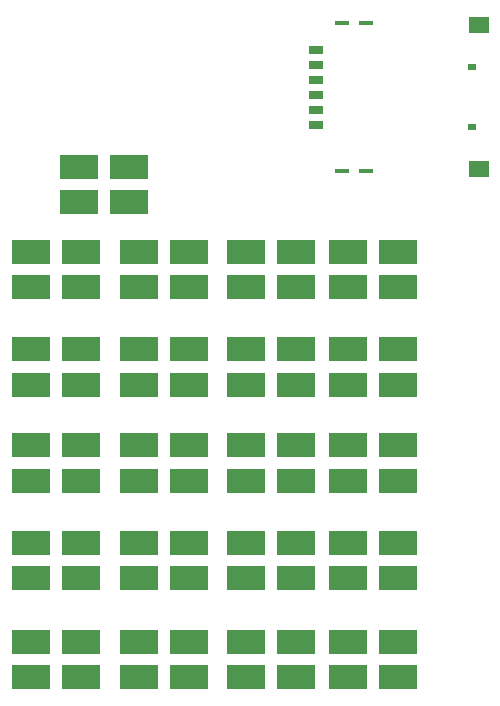
<source format=gbr>
G04 #@! TF.GenerationSoftware,KiCad,Pcbnew,5.0.2*
G04 #@! TF.CreationDate,2019-03-01T11:34:39+03:00*
G04 #@! TF.ProjectId,xmobile,786d6f62-696c-4652-9e6b-696361645f70,rev?*
G04 #@! TF.SameCoordinates,Original*
G04 #@! TF.FileFunction,Paste,Top*
G04 #@! TF.FilePolarity,Positive*
%FSLAX46Y46*%
G04 Gerber Fmt 4.6, Leading zero omitted, Abs format (unit mm)*
G04 Created by KiCad (PCBNEW 5.0.2) date Пт 01 мар 2019 11:34:39*
%MOMM*%
%LPD*%
G01*
G04 APERTURE LIST*
%ADD10R,3.250000X2.000000*%
%ADD11R,1.150000X0.650000*%
%ADD12R,1.300000X0.450000*%
%ADD13R,0.800000X0.540000*%
%ADD14R,1.700000X1.400000*%
G04 APERTURE END LIST*
D10*
G04 #@! TO.C,SW1*
X154693000Y-88440000D03*
X154693000Y-91440000D03*
X158953000Y-91440000D03*
X158953000Y-88440000D03*
G04 #@! TD*
G04 #@! TO.C,SW2*
X168812000Y-120293000D03*
X168812000Y-123293000D03*
X173072000Y-123293000D03*
X173072000Y-120293000D03*
G04 #@! TD*
G04 #@! TO.C,SW3*
X150651000Y-112038000D03*
X150651000Y-115038000D03*
X154911000Y-115038000D03*
X154911000Y-112038000D03*
G04 #@! TD*
G04 #@! TO.C,SW4*
X177448000Y-95655000D03*
X177448000Y-98655000D03*
X181708000Y-98655000D03*
X181708000Y-95655000D03*
G04 #@! TD*
G04 #@! TO.C,SW5*
X159795000Y-112038000D03*
X159795000Y-115038000D03*
X164055000Y-115038000D03*
X164055000Y-112038000D03*
G04 #@! TD*
G04 #@! TO.C,SW6*
X168812000Y-112038000D03*
X168812000Y-115038000D03*
X173072000Y-115038000D03*
X173072000Y-112038000D03*
G04 #@! TD*
G04 #@! TO.C,SW7*
X150651000Y-128675000D03*
X150651000Y-131675000D03*
X154911000Y-131675000D03*
X154911000Y-128675000D03*
G04 #@! TD*
G04 #@! TO.C,SW8*
X177448000Y-112038000D03*
X177448000Y-115038000D03*
X181708000Y-115038000D03*
X181708000Y-112038000D03*
G04 #@! TD*
G04 #@! TO.C,SW9*
X159795000Y-128675000D03*
X159795000Y-131675000D03*
X164055000Y-131675000D03*
X164055000Y-128675000D03*
G04 #@! TD*
G04 #@! TO.C,SW10*
X150651000Y-103910000D03*
X150651000Y-106910000D03*
X154911000Y-106910000D03*
X154911000Y-103910000D03*
G04 #@! TD*
G04 #@! TO.C,SW11*
X159795000Y-120293000D03*
X159795000Y-123293000D03*
X164055000Y-123293000D03*
X164055000Y-120293000D03*
G04 #@! TD*
G04 #@! TO.C,SW12*
X168812000Y-128675000D03*
X168812000Y-131675000D03*
X173072000Y-131675000D03*
X173072000Y-128675000D03*
G04 #@! TD*
G04 #@! TO.C,SW13*
X177448000Y-103910000D03*
X177448000Y-106910000D03*
X181708000Y-106910000D03*
X181708000Y-103910000D03*
G04 #@! TD*
G04 #@! TO.C,SW14*
X159795000Y-103910000D03*
X159795000Y-106910000D03*
X164055000Y-106910000D03*
X164055000Y-103910000D03*
G04 #@! TD*
G04 #@! TO.C,SW15*
X150651000Y-120293000D03*
X150651000Y-123293000D03*
X154911000Y-123293000D03*
X154911000Y-120293000D03*
G04 #@! TD*
G04 #@! TO.C,SW16*
X177448000Y-128675000D03*
X177448000Y-131675000D03*
X181708000Y-131675000D03*
X181708000Y-128675000D03*
G04 #@! TD*
G04 #@! TO.C,SW17*
X150651000Y-95655000D03*
X150651000Y-98655000D03*
X154911000Y-98655000D03*
X154911000Y-95655000D03*
G04 #@! TD*
G04 #@! TO.C,SW18*
X168812000Y-103910000D03*
X168812000Y-106910000D03*
X173072000Y-106910000D03*
X173072000Y-103910000D03*
G04 #@! TD*
G04 #@! TO.C,SW19*
X177448000Y-120293000D03*
X177448000Y-123293000D03*
X181708000Y-123293000D03*
X181708000Y-120293000D03*
G04 #@! TD*
G04 #@! TO.C,SW20*
X159795000Y-95655000D03*
X159795000Y-98655000D03*
X164055000Y-98655000D03*
X164055000Y-95655000D03*
G04 #@! TD*
G04 #@! TO.C,SW21*
X168812000Y-95655000D03*
X168812000Y-98655000D03*
X173072000Y-98655000D03*
X173072000Y-95655000D03*
G04 #@! TD*
D11*
G04 #@! TO.C,U7*
X174810000Y-84875000D03*
X174810000Y-83605000D03*
X174810000Y-78525000D03*
X174810000Y-79795000D03*
X174810000Y-81065000D03*
X174810000Y-82335000D03*
D12*
X178980000Y-76280000D03*
X178980000Y-88820000D03*
X176980000Y-76280000D03*
X176980000Y-88820000D03*
D13*
X187960000Y-85090000D03*
X187960000Y-80010000D03*
D14*
X188540000Y-76450000D03*
X188540000Y-88660000D03*
G04 #@! TD*
M02*

</source>
